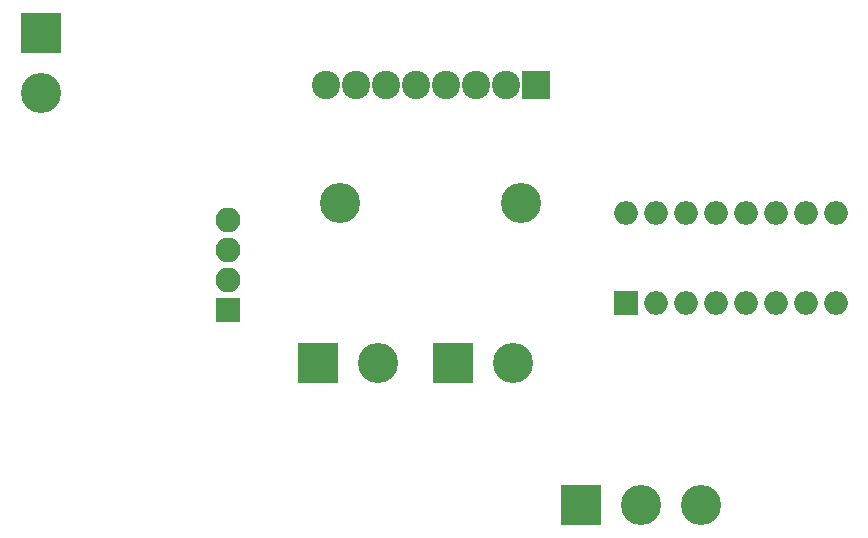
<source format=gbr>
G04 #@! TF.GenerationSoftware,KiCad,Pcbnew,(5.0.0)*
G04 #@! TF.CreationDate,2018-08-26T23:56:51+09:00*
G04 #@! TF.ProjectId,imu,696D752E6B696361645F706362000000,rev?*
G04 #@! TF.SameCoordinates,Original*
G04 #@! TF.FileFunction,Soldermask,Bot*
G04 #@! TF.FilePolarity,Negative*
%FSLAX46Y46*%
G04 Gerber Fmt 4.6, Leading zero omitted, Abs format (unit mm)*
G04 Created by KiCad (PCBNEW (5.0.0)) date 08/26/18 23:56:51*
%MOMM*%
%LPD*%
G01*
G04 APERTURE LIST*
%ADD10R,2.400000X2.400000*%
%ADD11C,2.400000*%
%ADD12C,3.400000*%
%ADD13R,2.000000X2.000000*%
%ADD14O,2.000000X2.000000*%
%ADD15R,3.400000X3.400000*%
%ADD16R,2.100000X2.100000*%
%ADD17O,2.100000X2.100000*%
G04 APERTURE END LIST*
D10*
G04 #@! TO.C,U1*
X10160000Y8890000D03*
D11*
X7620000Y8890000D03*
X5080000Y8890000D03*
X2540000Y8890000D03*
X0Y8890000D03*
X-2540000Y8890000D03*
X-5080000Y8890000D03*
X-7620000Y8890000D03*
D12*
X8930000Y-1110000D03*
X-6390000Y-1110000D03*
G04 #@! TD*
D13*
G04 #@! TO.C,U2*
X17780000Y-9525000D03*
D14*
X35560000Y-1905000D03*
X20320000Y-9525000D03*
X33020000Y-1905000D03*
X22860000Y-9525000D03*
X30480000Y-1905000D03*
X25400000Y-9525000D03*
X27940000Y-1905000D03*
X27940000Y-9525000D03*
X25400000Y-1905000D03*
X30480000Y-9525000D03*
X22860000Y-1905000D03*
X33020000Y-9525000D03*
X20320000Y-1905000D03*
X35560000Y-9525000D03*
X17780000Y-1905000D03*
G04 #@! TD*
D15*
G04 #@! TO.C,J1*
X-31750000Y13335000D03*
D12*
X-31750000Y8255000D03*
G04 #@! TD*
D15*
G04 #@! TO.C,J2*
X13970000Y-26670000D03*
D12*
X19050000Y-26670000D03*
X24130000Y-26670000D03*
G04 #@! TD*
D16*
G04 #@! TO.C,J3*
X-15875000Y-10160000D03*
D17*
X-15875000Y-7620000D03*
X-15875000Y-5080000D03*
X-15875000Y-2540000D03*
G04 #@! TD*
D12*
G04 #@! TO.C,J4*
X-3175000Y-14605000D03*
D15*
X-8255000Y-14605000D03*
G04 #@! TD*
G04 #@! TO.C,J5*
X3175000Y-14605000D03*
D12*
X8255000Y-14605000D03*
G04 #@! TD*
M02*

</source>
